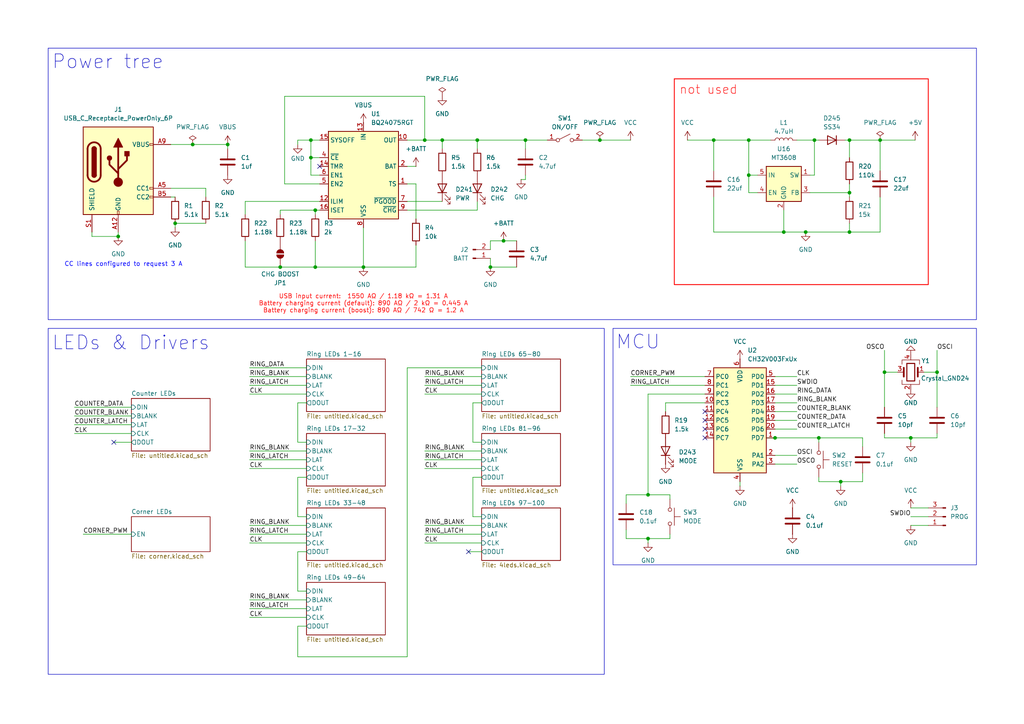
<source format=kicad_sch>
(kicad_sch (version 20231120) (generator "eeschema") (generator_version "8.0")
  (paper "A4")
  (title_block (title "RocSync") (company "Jaro Meyer @Balgrist ROCS"))
  (lib_symbols
    (symbol "Battery_Management:BQ24075RGT"
      (property "Reference" "U" (at -8.89 13.97 0))
      (property "Value" "BQ24075RGT" (at 16.51 13.97 0))
      (symbol "BQ24075RGT_1_1"
        (pin passive line (at 12.7 -2.54 180) (length 2.54) (name "TS") (number "1"))
        (pin power_out line (at 12.7 10.16 180) (length 2.54) (name "OUT") (number "10"))
        (pin passive line (at 12.7 10.16 180) (length 2.54) hide (name "OUT") (number "11"))
        (pin passive line (at -12.7 -7.62 0) (length 2.54) (name "ILIM") (number "12"))
        (pin power_in line (at 0 15.24 270) (length 2.54) (name "IN") (number "13"))
        (pin input line (at -12.7 2.54 0) (length 2.54) (name "TMR") (number "14"))
        (pin input line (at -12.7 10.16 0) (length 2.54) (name "SYSOFF") (number "15"))
        (pin passive line (at -12.7 -10.16 0) (length 2.54) (name "ISET") (number "16"))
        (pin passive line (at 0 -15.24 90) (length 2.54) hide (name "VSS") (number "17"))
        (pin power_out line (at 12.7 2.54 180) (length 2.54) (name "BAT") (number "2"))
        (pin passive line (at 12.7 2.54 180) (length 2.54) hide (name "BAT") (number "3"))
        (pin input line (at -12.7 5.08 0) (length 2.54) (name "~{CE}") (number "4"))
        (pin input line (at -12.7 -2.54 0) (length 2.54) (name "EN2") (number "5"))
        (pin input line (at -12.7 0 0) (length 2.54) (name "EN1") (number "6"))
        (pin open_collector line (at 12.7 -7.62 180) (length 2.54) (name "~{PGOOD}") (number "7"))
        (pin power_in line (at 0 -15.24 90) (length 2.54) (name "VSS") (number "8"))
        (pin open_collector line (at 12.7 -10.16 180) (length 2.54) (name "~{CHG}") (number "9"))
      )
    )
    (symbol "Connector:Conn_01x02_Pin" (pin_names (offset 1.016) hide)
      (property "Reference" "J" (at 0 2.54 0))
      (property "Value" "Conn_01x02_Pin" (at 0 -5.08 0))
      (symbol "Conn_01x02_Pin_1_1"
        (pin passive line (at 5.08 0 180) (length 3.81) (name "Pin_1") (number "1"))
        (pin passive line (at 5.08 -2.54 180) (length 3.81) (name "Pin_2") (number "2"))
      )
    )
    (symbol "Connector:Conn_01x03_Pin" (pin_names (offset 1.016) hide)
      (property "Reference" "J" (at 0 5.08 0))
      (property "Value" "Conn_01x03_Pin" (at 0 -5.08 0))
      (symbol "Conn_01x03_Pin_1_1"
        (pin passive line (at 5.08 2.54 180) (length 3.81) (name "Pin_1") (number "1"))
        (pin passive line (at 5.08 0 180) (length 3.81) (name "Pin_2") (number "2"))
        (pin passive line (at 5.08 -2.54 180) (length 3.81) (name "Pin_3") (number "3"))
      )
    )
    (symbol "Connector:USB_C_Receptacle_PowerOnly_6P" (pin_names (offset 1.016))
      (property "Reference" "J" (at 0 16.51 0))
      (property "Value" "USB_C_Receptacle_PowerOnly_6P" (at 0 13.97 0))
      (symbol "USB_C_Receptacle_PowerOnly_6P_1_1"
        (pin passive line (at 0 -17.78 90) (length 5.08) (name "GND") (number "A12"))
        (pin bidirectional line (at 15.24 -5.08 180) (length 5.08) (name "CC1") (number "A5"))
        (pin passive line (at 15.24 7.62 180) (length 5.08) (name "VBUS") (number "A9"))
        (pin passive line (at 0 -17.78 90) (length 5.08) hide (name "GND") (number "B12"))
        (pin bidirectional line (at 15.24 -7.62 180) (length 5.08) (name "CC2") (number "B5"))
        (pin passive line (at 15.24 7.62 180) (length 5.08) hide (name "VBUS") (number "B9"))
        (pin passive line (at -7.62 -17.78 90) (length 5.08) (name "SHIELD") (number "S1"))
      )
    )
    (symbol "Device:C" (pin_numbers hide) (pin_names (offset 0.254))
      (property "Reference" "C" (at 0.635 2.54 0))
      (property "Value" "C" (at 0.635 -2.54 0))
      (symbol "C_1_1"
        (pin passive line (at 0 3.81 270) (length 2.794) (name "~") (number "1"))
        (pin passive line (at 0 -3.81 90) (length 2.794) (name "~") (number "2"))
      )
    )
    (symbol "Device:Crystal_GND24" (pin_names (offset 1.016) hide)
      (property "Reference" "Y" (at 3.175 5.08 0))
      (property "Value" "Crystal_GND24" (at 3.175 3.175 0))
      (symbol "Crystal_GND24_1_1"
        (pin passive line (at -3.81 0 0) (length 1.27) (name "1") (number "1"))
        (pin passive line (at 0 5.08 270) (length 1.27) (name "2") (number "2"))
        (pin passive line (at 3.81 0 180) (length 1.27) (name "3") (number "3"))
        (pin passive line (at 0 -5.08 90) (length 1.27) (name "4") (number "4"))
      )
    )
    (symbol "Device:D" (pin_numbers hide) (pin_names (offset 1.016) hide)
      (property "Reference" "D" (at 0 2.54 0))
      (property "Value" "D" (at 0 -2.54 0))
      (symbol "D_1_1"
        (pin passive line (at -3.81 0 0) (length 2.54) (name "K") (number "1"))
        (pin passive line (at 3.81 0 180) (length 2.54) (name "A") (number "2"))
      )
    )
    (symbol "Device:L" (pin_numbers hide) (pin_names (offset 1.016) hide)
      (property "Reference" "L" (at -1.27 0 90))
      (property "Value" "L" (at 1.905 0 90))
      (symbol "L_1_1"
        (pin passive line (at 0 3.81 270) (length 1.27) (name "1") (number "1"))
        (pin passive line (at 0 -3.81 90) (length 1.27) (name "2") (number "2"))
      )
    )
    (symbol "Device:LED" (pin_numbers hide) (pin_names (offset 1.016) hide)
      (property "Reference" "D" (at 0 2.54 0))
      (property "Value" "LED" (at 0 -2.54 0))
      (symbol "LED_1_1"
        (pin passive line (at -3.81 0 0) (length 2.54) (name "K") (number "1"))
        (pin passive line (at 3.81 0 180) (length 2.54) (name "A") (number "2"))
      )
    )
    (symbol "Device:R" (pin_numbers hide) (pin_names (offset 0))
      (property "Reference" "R" (at 2.032 0 90))
      (property "Value" "R" (at 0 0 90))
      (symbol "R_1_1"
        (pin passive line (at 0 3.81 270) (length 1.27) (name "~") (number "1"))
        (pin passive line (at 0 -3.81 90) (length 1.27) (name "~") (number "2"))
      )
    )
    (symbol "Jumper:SolderJumper_2_Open" (pin_numbers hide) (pin_names (offset 0) hide) (exclude_from_sim yes) (in_bom no)
      (property "Reference" "JP" (at 0 2.032 0))
      (property "Value" "SolderJumper_2_Open" (at 0 -2.54 0))
      (symbol "SolderJumper_2_Open_1_1"
        (pin passive line (at -3.81 0 0) (length 2.54) (name "A") (number "1"))
        (pin passive line (at 3.81 0 180) (length 2.54) (name "B") (number "2"))
      )
    )
    (symbol "MCU_WCH_CH32V0:CH32V003FxUx"
      (property "Reference" "U" (at -7.62 17.78 0))
      (property "Value" "CH32V003FxUx" (at 7.62 17.78 0))
      (symbol "CH32V003FxUx_1_1"
        (pin bidirectional line (at 10.16 -5.08 180) (length 2.54) (name "PD7") (number "1"))
        (pin bidirectional line (at -10.16 5.08 0) (length 2.54) (name "PC3") (number "10"))
        (pin bidirectional line (at -10.16 2.54 0) (length 2.54) (name "PC4") (number "11"))
        (pin bidirectional line (at -10.16 0 0) (length 2.54) (name "PC5") (number "12"))
        (pin bidirectional line (at -10.16 -2.54 0) (length 2.54) (name "PC6") (number "13"))
        (pin bidirectional line (at -10.16 -5.08 0) (length 2.54) (name "PC7") (number "14"))
        (pin bidirectional line (at 10.16 10.16 180) (length 2.54) (name "PD1") (number "15"))
        (pin bidirectional line (at 10.16 7.62 180) (length 2.54) (name "PD2") (number "16"))
        (pin bidirectional line (at 10.16 5.08 180) (length 2.54) (name "PD3") (number "17"))
        (pin bidirectional line (at 10.16 2.54 180) (length 2.54) (name "PD4") (number "18"))
        (pin bidirectional line (at 10.16 0 180) (length 2.54) (name "PD5") (number "19"))
        (pin bidirectional line (at 10.16 -10.16 180) (length 2.54) (name "PA1") (number "2"))
        (pin bidirectional line (at 10.16 -2.54 180) (length 2.54) (name "PD6") (number "20"))
        (pin passive line (at 0 -17.78 90) (length 2.54) hide (name "VSS") (number "21"))
        (pin bidirectional line (at 10.16 -12.7 180) (length 2.54) (name "PA2") (number "3"))
        (pin power_in line (at 0 -17.78 90) (length 2.54) (name "VSS") (number "4"))
        (pin bidirectional line (at 10.16 12.7 180) (length 2.54) (name "PD0") (number "5"))
        (pin power_in line (at 0 17.78 270) (length 2.54) (name "VDD") (number "6"))
        (pin bidirectional line (at -10.16 12.7 0) (length 2.54) (name "PC0") (number "7"))
        (pin bidirectional line (at -10.16 10.16 0) (length 2.54) (name "PC1") (number "8"))
        (pin bidirectional line (at -10.16 7.62 0) (length 2.54) (name "PC2") (number "9"))
      )
    )
    (symbol "Regulator_Switching:MT3608"
      (property "Reference" "U" (at -2.54 8.89 0))
      (property "Value" "MT3608" (at -3.81 6.35 0))
      (symbol "MT3608_1_1"
        (pin passive line (at 7.62 2.54 180) (length 2.54) (name "SW") (number "1"))
        (pin power_in line (at 0 -7.62 90) (length 2.54) (name "GND") (number "2"))
        (pin input line (at 7.62 -2.54 180) (length 2.54) (name "FB") (number "3"))
        (pin input line (at -7.62 -2.54 0) (length 2.54) (name "EN") (number "4"))
        (pin power_in line (at -7.62 2.54 0) (length 2.54) (name "IN") (number "5"))
        (pin no_connect line (at 5.08 0 180) (length 2.54) hide (name "NC") (number "6"))
      )
    )
    (symbol "Switch:SW_Push" (pin_numbers hide) (pin_names (offset 1.016) hide)
      (property "Reference" "SW" (at 1.27 2.54 0))
      (property "Value" "SW_Push" (at 0 -1.524 0))
      (symbol "SW_Push_0_1"
        (pin passive line (at -5.08 0 0) (length 2.54) (name "1") (number "1"))
        (pin passive line (at 5.08 0 180) (length 2.54) (name "2") (number "2"))
      )
    )
    (symbol "Switch:SW_SPST" (pin_names (offset 0) hide)
      (property "Reference" "SW" (at 0 3.175 0))
      (property "Value" "SW_SPST" (at 0 -2.54 0))
      (symbol "SW_SPST_1_1"
        (pin passive line (at -5.08 0 0) (length 2.54) (name "A") (number "1"))
        (pin passive line (at 5.08 0 180) (length 2.54) (name "B") (number "2"))
      )
    )
    (symbol "power:+5V" (power) (pin_numbers hide) (pin_names (offset 0) hide)
      (property "Value" "+5V" (at 0 3.556 0))
      (symbol "+5V_1_1"
        (pin power_in line (at 0 0 90) (length 0) (name "~") (number "1"))
      )
    )
    (symbol "power:+BATT" (power) (pin_numbers hide) (pin_names (offset 0) hide)
      (property "Value" "+BATT" (at 0 3.556 0))
      (symbol "+BATT_1_1"
        (pin power_in line (at 0 0 90) (length 0) (name "~") (number "1"))
      )
    )
    (symbol "power:GND" (power) (pin_numbers hide) (pin_names (offset 0) hide)
      (property "Value" "GND" (at 0 -3.81 0))
      (symbol "GND_1_1"
        (pin power_in line (at 0 0 270) (length 0) (name "~") (number "1"))
      )
    )
    (symbol "power:PWR_FLAG" (power) (pin_numbers hide) (pin_names (offset 0) hide)
      (property "Value" "PWR_FLAG" (at 0 3.81 0))
      (symbol "PWR_FLAG_0_0"
        (pin power_out line (at 0 0 90) (length 0) (name "~") (number "1"))
      )
    )
    (symbol "power:VBUS" (power) (pin_numbers hide) (pin_names (offset 0) hide)
      (property "Value" "VBUS" (at 0 3.556 0))
      (symbol "VBUS_1_1"
        (pin power_in line (at 0 0 90) (length 0) (name "~") (number "1"))
      )
    )
    (symbol "power:VCC" (power) (pin_numbers hide) (pin_names (offset 0) hide)
      (property "Value" "VCC" (at 0 3.556 0))
      (symbol "VCC_1_1"
        (pin power_in line (at 0 0 90) (length 0) (name "~") (number "1"))
      )
    )
  )
  (junction (at 50.8 64.77))
  (junction (at 91.44 60.96))
  (junction (at 256.54 107.95))
  (junction (at 237.49 127))
  (junction (at 90.17 45.72))
  (junction (at 146.05 69.85))
  (junction (at 142.24 77.47))
  (junction (at 187.96 143.51))
  (junction (at 81.28 77.47))
  (junction (at 152.4 40.64))
  (junction (at 243.84 139.7))
  (junction (at 173.99 40.64))
  (junction (at 90.17 40.64))
  (junction (at 207.01 40.64))
  (junction (at 138.43 40.64))
  (junction (at 236.22 40.64))
  (junction (at 264.16 127))
  (junction (at 55.88 41.91))
  (junction (at 128.27 40.64))
  (junction (at 217.17 50.8))
  (junction (at 255.27 40.64))
  (junction (at 227.33 67.31))
  (junction (at 224.79 127))
  (junction (at 123.19 40.64))
  (junction (at 34.29 68.58))
  (junction (at 91.44 77.47))
  (junction (at 246.38 40.64))
  (junction (at 105.41 77.47))
  (junction (at 66.04 41.91))
  (junction (at 246.38 67.31))
  (junction (at 187.96 156.21))
  (junction (at 246.38 55.88))
  (junction (at 271.78 107.95))
  (junction (at 217.17 40.64))
  (junction (at 233.68 67.31))
  (no_connect (at 92.71 48.26))
  (no_connect (at 204.47 124.46))
  (no_connect (at 204.47 127))
  (no_connect (at 204.47 121.92))
  (no_connect (at 135.89 160.02))
  (no_connect (at 33.02 128.27))
  (no_connect (at 204.47 119.38))
  (wire (pts (xy 152.4 43.18) (xy 152.4 40.64)))
  (wire (pts (xy 250.19 137.16) (xy 250.19 139.7)))
  (wire (pts (xy 137.16 138.43) (xy 137.16 149.86)))
  (wire (pts (xy 152.4 52.07) (xy 151.13 52.07)))
  (wire (pts (xy 182.88 109.22) (xy 204.47 109.22)))
  (wire (pts (xy 243.84 139.7) (xy 243.84 140.97)))
  (wire (pts (xy 138.43 40.64) (xy 138.43 43.18)))
  (wire (pts (xy 194.31 143.51) (xy 187.96 143.51)))
  (wire (pts (xy 255.27 40.64) (xy 265.43 40.64)))
  (wire (pts (xy 224.79 114.3) (xy 231.14 114.3)))
  (wire (pts (xy 207.01 57.15) (xy 207.01 67.31)))
  (wire (pts (xy 91.44 62.23) (xy 91.44 60.96)))
  (wire (pts (xy 50.8 64.77) (xy 59.69 64.77)))
  (wire (pts (xy 234.95 50.8) (xy 236.22 50.8)))
  (wire (pts (xy 139.7 138.43) (xy 137.16 138.43)))
  (wire (pts (xy 146.05 69.85) (xy 149.86 69.85)))
  (wire (pts (xy 237.49 139.7) (xy 243.84 139.7)))
  (wire (pts (xy 90.17 50.8) (xy 90.17 45.72)))
  (wire (pts (xy 217.17 40.64) (xy 223.52 40.64)))
  (wire (pts (xy 49.53 57.15) (xy 50.8 57.15)))
  (wire (pts (xy 88.9 181.61) (xy 86.36 181.61)))
  (wire (pts (xy 246.38 40.64) (xy 255.27 40.64)))
  (wire (pts (xy 123.19 114.3) (xy 139.7 114.3)))
  (wire (pts (xy 271.78 107.95) (xy 271.78 118.11)))
  (wire (pts (xy 72.39 114.3) (xy 88.9 114.3)))
  (wire (pts (xy 90.17 45.72) (xy 92.71 45.72)))
  (wire (pts (xy 187.96 114.3) (xy 187.96 143.51)))
  (wire (pts (xy 71.12 77.47) (xy 71.12 69.85)))
  (wire (pts (xy 224.79 109.22) (xy 231.14 109.22)))
  (wire (pts (xy 71.12 77.47) (xy 81.28 77.47)))
  (wire (pts (xy 224.79 132.08) (xy 231.14 132.08)))
  (wire (pts (xy 26.67 67.31) (xy 26.67 68.58)))
  (wire (pts (xy 224.79 124.46) (xy 231.14 124.46)))
  (wire (pts (xy 86.36 160.02) (xy 86.36 171.45)))
  (wire (pts (xy 123.19 27.94) (xy 123.19 40.64)))
  (wire (pts (xy 86.36 40.64) (xy 90.17 40.64)))
  (wire (pts (xy 24.13 154.94) (xy 38.1 154.94)))
  (wire (pts (xy 246.38 40.64) (xy 246.38 45.72)))
  (wire (pts (xy 21.59 120.65) (xy 38.1 120.65)))
  (wire (pts (xy 246.38 53.34) (xy 246.38 55.88)))
  (wire (pts (xy 105.41 66.04) (xy 105.41 77.47)))
  (wire (pts (xy 81.28 62.23) (xy 81.28 60.96)))
  (wire (pts (xy 123.19 109.22) (xy 139.7 109.22)))
  (wire (pts (xy 123.19 135.89) (xy 139.7 135.89)))
  (wire (pts (xy 227.33 67.31) (xy 233.68 67.31)))
  (wire (pts (xy 237.49 127) (xy 250.19 127)))
  (wire (pts (xy 123.19 130.81) (xy 139.7 130.81)))
  (wire (pts (xy 246.38 67.31) (xy 255.27 67.31)))
  (wire (pts (xy 142.24 69.85) (xy 142.24 72.39)))
  (wire (pts (xy 118.11 190.5) (xy 118.11 106.68)))
  (wire (pts (xy 256.54 101.6) (xy 256.54 107.95)))
  (wire (pts (xy 86.36 116.84) (xy 86.36 128.27)))
  (wire (pts (xy 182.88 111.76) (xy 204.47 111.76)))
  (wire (pts (xy 256.54 125.73) (xy 256.54 127)))
  (wire (pts (xy 222.25 127) (xy 224.79 127)))
  (wire (pts (xy 250.19 127) (xy 250.19 129.54)))
  (wire (pts (xy 72.39 154.94) (xy 88.9 154.94)))
  (wire (pts (xy 128.27 40.64) (xy 128.27 43.18)))
  (wire (pts (xy 72.39 157.48) (xy 88.9 157.48)))
  (wire (pts (xy 105.41 77.47) (xy 120.65 77.47)))
  (wire (pts (xy 86.36 181.61) (xy 86.36 190.5)))
  (wire (pts (xy 33.02 128.27) (xy 38.1 128.27)))
  (wire (pts (xy 118.11 106.68) (xy 139.7 106.68)))
  (wire (pts (xy 82.55 53.34) (xy 82.55 27.94)))
  (wire (pts (xy 120.65 77.47) (xy 120.65 71.12)))
  (wire (pts (xy 120.65 63.5) (xy 120.65 53.34)))
  (wire (pts (xy 256.54 107.95) (xy 260.35 107.95)))
  (wire (pts (xy 137.16 149.86) (xy 139.7 149.86)))
  (wire (pts (xy 255.27 57.15) (xy 255.27 67.31)))
  (wire (pts (xy 139.7 116.84) (xy 137.16 116.84)))
  (wire (pts (xy 187.96 156.21) (xy 181.61 156.21)))
  (wire (pts (xy 88.9 160.02) (xy 86.36 160.02)))
  (wire (pts (xy 137.16 128.27) (xy 139.7 128.27)))
  (wire (pts (xy 26.67 68.58) (xy 34.29 68.58)))
  (wire (pts (xy 217.17 50.8) (xy 217.17 55.88)))
  (wire (pts (xy 138.43 60.96) (xy 138.43 58.42)))
  (wire (pts (xy 207.01 67.31) (xy 227.33 67.31)))
  (wire (pts (xy 255.27 40.64) (xy 255.27 49.53)))
  (wire (pts (xy 256.54 127) (xy 264.16 127)))
  (wire (pts (xy 81.28 77.47) (xy 91.44 77.47)))
  (wire (pts (xy 123.19 133.35) (xy 139.7 133.35)))
  (wire (pts (xy 92.71 58.42) (xy 71.12 58.42)))
  (wire (pts (xy 66.04 43.18) (xy 66.04 41.91)))
  (wire (pts (xy 71.12 58.42) (xy 71.12 62.23)))
  (wire (pts (xy 168.91 40.64) (xy 173.99 40.64)))
  (wire (pts (xy 264.16 152.4) (xy 269.24 152.4)))
  (wire (pts (xy 86.36 128.27) (xy 88.9 128.27)))
  (wire (pts (xy 21.59 118.11) (xy 38.1 118.11)))
  (wire (pts (xy 181.61 153.67) (xy 181.61 156.21)))
  (wire (pts (xy 219.71 50.8) (xy 217.17 50.8)))
  (wire (pts (xy 118.11 60.96) (xy 138.43 60.96)))
  (wire (pts (xy 152.4 40.64) (xy 158.75 40.64)))
  (wire (pts (xy 72.39 130.81) (xy 88.9 130.81)))
  (wire (pts (xy 72.39 133.35) (xy 88.9 133.35)))
  (wire (pts (xy 224.79 127) (xy 237.49 127)))
  (wire (pts (xy 88.9 116.84) (xy 86.36 116.84)))
  (wire (pts (xy 82.55 53.34) (xy 92.71 53.34)))
  (wire (pts (xy 92.71 40.64) (xy 90.17 40.64)))
  (wire (pts (xy 49.53 41.91) (xy 55.88 41.91)))
  (wire (pts (xy 194.31 143.51) (xy 194.31 144.78)))
  (wire (pts (xy 86.36 40.64) (xy 86.36 41.91)))
  (wire (pts (xy 91.44 69.85) (xy 91.44 77.47)))
  (wire (pts (xy 92.71 50.8) (xy 90.17 50.8)))
  (wire (pts (xy 135.89 160.02) (xy 139.7 160.02)))
  (wire (pts (xy 72.39 179.07) (xy 88.9 179.07)))
  (wire (pts (xy 128.27 40.64) (xy 138.43 40.64)))
  (wire (pts (xy 90.17 40.64) (xy 90.17 45.72)))
  (wire (pts (xy 214.63 139.7) (xy 214.63 140.97)))
  (wire (pts (xy 86.36 190.5) (xy 118.11 190.5)))
  (wire (pts (xy 271.78 101.6) (xy 271.78 107.95)))
  (wire (pts (xy 204.47 116.84) (xy 193.04 116.84)))
  (wire (pts (xy 236.22 50.8) (xy 236.22 40.64)))
  (wire (pts (xy 264.16 127) (xy 264.16 128.27)))
  (wire (pts (xy 142.24 69.85) (xy 146.05 69.85)))
  (wire (pts (xy 217.17 50.8) (xy 217.17 40.64)))
  (wire (pts (xy 234.95 55.88) (xy 246.38 55.88)))
  (wire (pts (xy 123.19 111.76) (xy 139.7 111.76)))
  (wire (pts (xy 173.99 40.64) (xy 182.88 40.64)))
  (wire (pts (xy 194.31 154.94) (xy 194.31 156.21)))
  (wire (pts (xy 55.88 41.91) (xy 66.04 41.91)))
  (wire (pts (xy 86.36 138.43) (xy 86.36 149.86)))
  (wire (pts (xy 219.71 55.88) (xy 217.17 55.88)))
  (wire (pts (xy 236.22 40.64) (xy 237.49 40.64)))
  (wire (pts (xy 246.38 55.88) (xy 246.38 57.15)))
  (wire (pts (xy 118.11 58.42) (xy 128.27 58.42)))
  (wire (pts (xy 72.39 106.68) (xy 88.9 106.68)))
  (wire (pts (xy 271.78 125.73) (xy 271.78 127)))
  (wire (pts (xy 224.79 116.84) (xy 231.14 116.84)))
  (wire (pts (xy 264.16 149.86) (xy 269.24 149.86)))
  (wire (pts (xy 86.36 149.86) (xy 88.9 149.86)))
  (wire (pts (xy 123.19 40.64) (xy 128.27 40.64)))
  (wire (pts (xy 246.38 64.77) (xy 246.38 67.31)))
  (wire (pts (xy 91.44 60.96) (xy 92.71 60.96)))
  (wire (pts (xy 199.39 40.64) (xy 207.01 40.64)))
  (wire (pts (xy 264.16 147.32) (xy 269.24 147.32)))
  (wire (pts (xy 82.55 27.94) (xy 123.19 27.94)))
  (wire (pts (xy 231.14 40.64) (xy 236.22 40.64)))
  (wire (pts (xy 91.44 77.47) (xy 105.41 77.47)))
  (wire (pts (xy 224.79 134.62) (xy 231.14 134.62)))
  (wire (pts (xy 181.61 143.51) (xy 181.61 146.05)))
  (wire (pts (xy 123.19 154.94) (xy 139.7 154.94)))
  (wire (pts (xy 224.79 121.92) (xy 231.14 121.92)))
  (wire (pts (xy 187.96 156.21) (xy 187.96 157.48)))
  (wire (pts (xy 123.19 157.48) (xy 139.7 157.48)))
  (wire (pts (xy 21.59 125.73) (xy 38.1 125.73)))
  (wire (pts (xy 207.01 40.64) (xy 207.01 49.53)))
  (wire (pts (xy 271.78 107.95) (xy 267.97 107.95)))
  (wire (pts (xy 142.24 77.47) (xy 149.86 77.47)))
  (wire (pts (xy 59.69 54.61) (xy 59.69 57.15)))
  (wire (pts (xy 21.59 123.19) (xy 38.1 123.19)))
  (wire (pts (xy 224.79 111.76) (xy 231.14 111.76)))
  (wire (pts (xy 72.39 111.76) (xy 88.9 111.76)))
  (wire (pts (xy 138.43 40.64) (xy 152.4 40.64)))
  (wire (pts (xy 152.4 50.8) (xy 152.4 52.07)))
  (wire (pts (xy 237.49 127) (xy 237.49 128.27)))
  (wire (pts (xy 49.53 54.61) (xy 59.69 54.61)))
  (wire (pts (xy 118.11 48.26) (xy 120.65 48.26)))
  (wire (pts (xy 50.8 66.04) (xy 50.8 64.77)))
  (wire (pts (xy 187.96 114.3) (xy 204.47 114.3)))
  (wire (pts (xy 72.39 109.22) (xy 88.9 109.22)))
  (wire (pts (xy 88.9 138.43) (xy 86.36 138.43)))
  (wire (pts (xy 72.39 176.53) (xy 88.9 176.53)))
  (wire (pts (xy 193.04 116.84) (xy 193.04 119.38)))
  (wire (pts (xy 187.96 143.51) (xy 181.61 143.51)))
  (wire (pts (xy 237.49 138.43) (xy 237.49 139.7)))
  (wire (pts (xy 227.33 60.96) (xy 227.33 67.31)))
  (wire (pts (xy 256.54 107.95) (xy 256.54 118.11)))
  (wire (pts (xy 81.28 60.96) (xy 91.44 60.96)))
  (wire (pts (xy 118.11 40.64) (xy 123.19 40.64)))
  (wire (pts (xy 137.16 116.84) (xy 137.16 128.27)))
  (wire (pts (xy 120.65 53.34) (xy 118.11 53.34)))
  (wire (pts (xy 72.39 173.99) (xy 88.9 173.99)))
  (wire (pts (xy 245.11 40.64) (xy 246.38 40.64)))
  (wire (pts (xy 233.68 67.31) (xy 246.38 67.31)))
  (wire (pts (xy 72.39 152.4) (xy 88.9 152.4)))
  (wire (pts (xy 72.39 135.89) (xy 88.9 135.89)))
  (wire (pts (xy 224.79 119.38) (xy 231.14 119.38)))
  (wire (pts (xy 123.19 152.4) (xy 139.7 152.4)))
  (wire (pts (xy 207.01 40.64) (xy 217.17 40.64)))
  (wire (pts (xy 264.16 127) (xy 271.78 127)))
  (wire (pts (xy 34.29 68.58) (xy 34.29 67.31)))
  (wire (pts (xy 142.24 74.93) (xy 142.24 77.47)))
  (wire (pts (xy 86.36 171.45) (xy 88.9 171.45)))
  (wire (pts (xy 243.84 139.7) (xy 250.19 139.7)))
  (wire (pts (xy 194.31 156.21) (xy 187.96 156.21)))
  (rectangle (start 177.8 95.25) (end 283.21 163.83))
  (rectangle (start 13.97 95.25) (end 175.26 195.58))
  (rectangle (start 195.58 22.86) (end 269.24 82.55) (stroke (width 0.254) (color 253 0 0 1)))
  (rectangle (start 13.97 13.97) (end 283.21 92.71))
  (text "USB input current:  1550 AΩ / 1.18 kΩ = 1.31 A\nBattery charging current (default): 890 AΩ / 2 kΩ = 0.445 A\nBattery charging current (boost): 890 AΩ / 742 Ω = 1.2 A" (at 105.41 88.138 0) (effects (font (size 1.27 1.27))))
  (text "LEDs & Drivers\n" (at 14.986 99.568 0) (effects (font (size 4 4)) (justify left)))
  (text "MCU" (at 178.562 99.314 0) (effects (font (size 4 4)) (justify left)))
  (text "CC lines configured to request 3 A" (at 35.814 76.708 0) (effects (font (size 1.27 1.27))))
  (text "Power tree" (at 14.986 18.034 0) (effects (font (size 4 4)) (justify left)))
  (text "not used" (at 205.486 26.162 0) (effects (font (size 2.54 2.54))))
  (label "RING_LATCH" (at 72.39 176.53 0))
  (label "CLK" (at 72.39 135.89 0))
  (label "RING_BLANK" (at 72.39 109.22 0))
  (label "CLK" (at 72.39 157.48 0))
  (label "CORNER_PWM" (at 182.88 109.22 0))
  (label "RING_BLANK" (at 72.39 173.99 0))
  (label "COUNTER_BLANK" (at 231.14 119.38 0))
  (label "CLK" (at 123.19 135.89 0))
  (label "RING_LATCH" (at 123.19 133.35 0))
  (label "OSCO" (at 256.54 101.6 180))
  (label "RING_LATCH" (at 123.19 111.76 0))
  (label "RING_BLANK" (at 231.14 116.84 0))
  (label "SWDIO" (at 231.14 111.76 0))
  (label "RING_DATA" (at 72.39 106.68 0))
  (label "RING_DATA" (at 231.14 114.3 0))
  (label "RING_LATCH" (at 72.39 111.76 0))
  (label "RING_LATCH" (at 72.39 133.35 0))
  (label "RING_BLANK" (at 72.39 130.81 0))
  (label "CLK" (at 123.19 114.3 0))
  (label "RING_LATCH" (at 72.39 154.94 0))
  (label "CLK" (at 123.19 157.48 0))
  (label "RING_BLANK" (at 123.19 152.4 0))
  (label "OSCI" (at 271.78 101.6 0))
  (label "COUNTER_DATA" (at 21.59 118.11 0))
  (label "OSCO" (at 231.14 134.62 0))
  (label "CORNER_PWM" (at 24.13 154.94 0))
  (label "CLK" (at 21.59 125.73 0))
  (label "CLK" (at 72.39 114.3 0))
  (label "RING_BLANK" (at 123.19 130.81 0))
  (label "CLK" (at 231.14 109.22 0))
  (label "CLK" (at 72.39 179.07 0))
  (label "COUNTER_LATCH" (at 231.14 124.46 0))
  (label "COUNTER_BLANK" (at 21.59 120.65 0))
  (label "RING_LATCH" (at 182.88 111.76 0))
  (label "SWDIO" (at 264.16 149.86 180))
  (label "RING_BLANK" (at 123.19 109.22 0))
  (label "COUNTER_LATCH" (at 21.59 123.19 0))
  (label "COUNTER_DATA" (at 231.14 121.92 0))
  (label "RING_LATCH" (at 123.19 154.94 0))
  (label "RING_BLANK" (at 72.39 152.4 0))
  (label "OSCI" (at 231.14 132.08 0))
  (symbol (lib_id "power:GND") (at 264.16 152.4 0) (unit 1)
    (property "Reference" "#PWR030" (effects (hide yes)))
    (property "Value" "GND" (at 264.16 157.48 0))
    (property "Description" "Power symbol creates a global label with name \"GND\" , ground" (effects (hide yes)))
  )
  (symbol (lib_id "power:VBUS") (at 105.41 35.56 0) (unit 1)
    (property "Reference" "#PWR09" (effects (hide yes)))
    (property "Value" "VBUS" (at 105.41 30.48 0))
    (property "Description" "Power symbol creates a global label with name \"VBUS\"" (effects (hide yes)))
  )
  (symbol (lib_id "Connector:Conn_01x03_Pin") (at 274.32 149.86 180) (unit 1) (in_bom no)
    (property "Reference" "J3" (at 275.59 147.3199 0) (effects (justify right)))
    (property "Value" "PROG" (at 275.59 149.8599 0) (effects (justify right)))
    (property "Footprint" "Connector_PinHeader_2.54mm:PinHeader_1x03_P2.54mm_Vertical" (effects (hide yes)))
    (property "Description" "Generic connector, single row, 01x03, script generated" (effects (hide yes)))
  )
  (symbol (lib_id "power:PWR_FLAG") (at 128.27 27.94 0) (unit 1) (on_board no)
    (property "Reference" "#FLG03" (effects (hide yes)))
    (property "Value" "PWR_FLAG" (at 128.27 22.86 0))
    (property "Description" "Special symbol for telling ERC where power comes from" (effects (hide yes)))
  )
  (symbol (lib_id "power:VCC") (at 199.39 40.64 0) (unit 1) (on_board no)
    (property "Reference" "#PWR070" (effects (hide yes)))
    (property "Value" "VCC" (at 199.39 35.56 0))
    (property "Description" "Power symbol creates a global label with name \"VCC\"" (effects (hide yes)))
  )
  (symbol (lib_id "power:VCC") (at 264.16 147.32 0) (unit 1)
    (property "Reference" "#PWR029" (effects (hide yes)))
    (property "Value" "VCC" (at 264.16 142.24 0))
    (property "Description" "Power symbol creates a global label with name \"VCC\"" (effects (hide yes)))
  )
  (symbol (lib_id "Jumper:SolderJumper_2_Open") (at 81.28 73.66 90) (unit 1) (exclude_from_sim yes) (in_bom no)
    (property "Reference" "JP1" (at 81.28 82.042 90))
    (property "Value" "CHG BOOST" (at 81.28 79.502 90))
    (property "Footprint" "Jumper:SolderJumper-2_P1.3mm_Open_RoundedPad1.0x1.5mm" (effects (hide yes)))
    (property "Description" "Solder Jumper, 2-pole, open" (effects (hide yes)))
  )
  (symbol (lib_id "Connector:Conn_01x02_Pin") (at 137.16 74.93 0) (mirror x) (unit 1) (in_bom no)
    (property "Reference" "J2" (at 135.89 72.3899 0) (effects (justify right)))
    (property "Value" "BATT" (at 135.89 74.9299 0) (effects (justify right)))
    (property "Footprint" "Connector_JST:JST_PH_B2B-PH-K_1x02_P2.00mm_Vertical" (effects (hide yes)))
    (property "Description" "Generic connector, single row, 01x02, script generated" (effects (hide yes)))
  )
  (symbol (lib_id "power:PWR_FLAG") (at 255.27 40.64 0) (unit 1) (on_board no)
    (property "Reference" "#FLG02" (effects (hide yes)))
    (property "Value" "PWR_FLAG" (at 255.27 35.56 0))
    (property "Description" "Special symbol for telling ERC where power comes from" (effects (hide yes)))
  )
  (symbol (lib_id "Device:R") (at 193.04 123.19 0) (unit 1)
    (property "Reference" "R19" (at 195.58 121.9199 0) (effects (justify left)))
    (property "Value" "1.5k" (at 195.58 124.4599 0) (effects (justify left)))
    (property "Footprint" "Resistor_SMD:R_0402_1005Metric" (effects (hide yes)))
    (property "Description" "Resistor" (effects (hide yes)))
  )
  (symbol (lib_id "power:GND") (at 151.13 52.07 0) (unit 1)
    (property "Reference" "#PWR014" (effects (hide yes)))
    (property "Value" "GND" (at 151.13 57.15 0))
    (property "Description" "Power symbol creates a global label with name \"GND\" , ground" (effects (hide yes)))
  )
  (symbol (lib_id "Device:R") (at 246.38 60.96 0) (unit 1) (on_board no)
    (property "Reference" "R21" (at 248.92 59.6899 0) (effects (justify left)))
    (property "Value" "15k" (at 248.92 62.2299 0) (effects (justify left)))
    (property "Footprint" "Resistor_SMD:R_0402_1005Metric" (effects (hide yes)))
    (property "Description" "Resistor" (effects (hide yes)))
  )
  (symbol (lib_id "Device:R") (at 138.43 46.99 0) (unit 1)
    (property "Reference" "R6" (at 140.97 45.7199 0) (effects (justify left)))
    (property "Value" "1.5k" (at 140.97 48.2599 0) (effects (justify left)))
    (property "Footprint" "Resistor_SMD:R_0402_1005Metric" (effects (hide yes)))
    (property "Description" "Resistor" (effects (hide yes)))
  )
  (symbol (lib_id "Connector:USB_C_Receptacle_PowerOnly_6P") (at 34.29 49.53 0) (unit 1) (in_bom no)
    (property "Reference" "J1" (at 34.29 31.75 0))
    (property "Value" "USB_C_Receptacle_PowerOnly_6P" (at 34.29 34.29 0))
    (property "Footprint" "Connector_USB:USB_C_Receptacle_GCT_USB4115-03-C" (effects (hide yes)))
    (property "Datasheet" "https://www.usb.org/sites/default/files/documents/usb_type-c.zip" (effects (hide yes)))
    (property "Description" "USB Power-Only 6P Type-C Receptacle connector" (effects (hide yes)))
    (property "MPN" " C3020049" (effects (hide yes)))
  )
  (symbol (lib_id "Switch:SW_SPST") (at 163.83 40.64 0) (unit 1) (in_bom no)
    (property "Reference" "SW1" (at 163.83 34.29 0))
    (property "Value" "ON/OFF" (at 163.83 36.83 0))
    (property "Footprint" "Button_Switch_THT:SW_CK_JS202011CQN_DPDT_Straight" (effects (hide yes)))
    (property "Description" "Single Pole Single Throw (SPST) switch" (effects (hide yes)))
  )
  (symbol (lib_id "Device:C") (at 255.27 53.34 0) (unit 1) (on_board no)
    (property "Reference" "C17" (at 259.08 52.0699 0) (effects (justify left)))
    (property "Value" "22uf" (at 259.08 54.6099 0) (effects (justify left)))
    (property "Footprint" "Capacitor_SMD:C_0805_2012Metric" (effects (hide yes)))
    (property "Description" "Unpolarized capacitor" (effects (hide yes)))
  )
  (symbol (lib_id "power:VBUS") (at 66.04 41.91 0) (unit 1)
    (property "Reference" "#PWR04" (effects (hide yes)))
    (property "Value" "VBUS" (at 66.04 36.83 0))
    (property "Description" "Power symbol creates a global label with name \"VBUS\"" (effects (hide yes)))
  )
  (symbol (lib_id "Switch:SW_Push") (at 237.49 133.35 270) (unit 1) (in_bom no)
    (property "Reference" "SW2" (at 241.3 132.0799 90) (effects (justify left)))
    (property "Value" "RESET" (at 241.3 134.6199 90) (effects (justify left)))
    (property "Footprint" "Button_Switch_SMD:SW_Push_1P1T_NO_6x6mm_H9.5mm" (effects (hide yes)))
    (property "Description" "Push button switch, generic, two pins" (effects (hide yes)))
  )
  (symbol (lib_id "Battery_Management:BQ24075RGT") (at 105.41 50.8 0) (unit 1)
    (property "Reference" "U1" (at 107.6041 33.02 0) (effects (justify left)))
    (property "Value" "BQ24075RGT" (at 107.6041 35.56 0) (effects (justify left)))
    (property "Footprint" "Package_DFN_QFN:VQFN-16-1EP_3x3mm_P0.5mm_EP1.68x1.68mm_ThermalVias" (effects (hide yes)))
    (property "Datasheet" "http://www.ti.com/lit/ds/symlink/bq24075.pdf" (effects (hide yes)))
    (property "Description" "USB-Friendly Li-Ion Battery Charger and Power-Path Management, VQFN-16" (effects (hide yes)))
  )
  (symbol (lib_id "Device:C") (at 207.01 53.34 0) (unit 1) (on_board no)
    (property "Reference" "C16" (at 210.82 52.0699 0) (effects (justify left)))
    (property "Value" "22uf" (at 210.82 54.6099 0) (effects (justify left)))
    (property "Footprint" "Capacitor_SMD:C_0805_2012Metric" (effects (hide yes)))
    (property "Description" "Unpolarized capacitor" (effects (hide yes)))
  )
  (symbol (lib_id "power:GND") (at 229.87 154.94 0) (unit 1)
    (property "Reference" "#PWR021" (effects (hide yes)))
    (property "Value" "GND" (at 229.87 160.02 0))
    (property "Description" "Power symbol creates a global label with name \"GND\" , ground" (effects (hide yes)))
  )
  (symbol (lib_id "Device:R") (at 120.65 67.31 0) (unit 1)
    (property "Reference" "R4" (at 123.19 66.0399 0) (effects (justify left)))
    (property "Value" "10k" (at 123.19 68.5799 0) (effects (justify left)))
    (property "Footprint" "Resistor_SMD:R_0402_1005Metric" (effects (hide yes)))
    (property "Description" "Resistor" (effects (hide yes)))
  )
  (symbol (lib_id "Device:LED") (at 128.27 54.61 90) (unit 1)
    (property "Reference" "D241" (at 132.08 54.9274 90) (effects (justify right)))
    (property "Value" "PWR" (at 132.08 57.4674 90) (effects (justify right)))
    (property "Footprint" "LED_SMD:LED_0603_1608Metric" (effects (hide yes)))
    (property "Description" "Light emitting diode" (effects (hide yes)))
  )
  (symbol (lib_id "power:GND") (at 142.24 77.47 0) (unit 1)
    (property "Reference" "#PWR016" (effects (hide yes)))
    (property "Value" "GND" (at 142.24 82.55 0))
    (property "Description" "Power symbol creates a global label with name \"GND\" , ground" (effects (hide yes)))
  )
  (symbol (lib_id "power:+5V") (at 265.43 40.64 0) (unit 1) (on_board no)
    (property "Reference" "#PWR071" (effects (hide yes)))
    (property "Value" "+5V" (at 265.43 35.56 0))
    (property "Description" "Power symbol creates a global label with name \"+5V\"" (effects (hide yes)))
  )
  (symbol (lib_id "Device:C") (at 271.78 121.92 0) (unit 1)
    (property "Reference" "C6" (at 275.59 120.6499 0) (effects (justify left)))
    (property "Value" "10pf" (at 275.59 123.1899 0) (effects (justify left)))
    (property "Footprint" "Capacitor_SMD:C_0402_1005Metric" (effects (hide yes)))
    (property "Description" "Unpolarized capacitor" (effects (hide yes)))
  )
  (symbol (lib_id "Device:C") (at 149.86 73.66 0) (unit 1)
    (property "Reference" "C3" (at 153.67 72.3899 0) (effects (justify left)))
    (property "Value" "4.7uf" (at 153.67 74.9299 0) (effects (justify left)))
    (property "Footprint" "Capacitor_SMD:C_0402_1005Metric" (effects (hide yes)))
    (property "Description" "Unpolarized capacitor" (effects (hide yes)))
  )
  (symbol (lib_id "MCU_WCH_CH32V0:CH32V003FxUx") (at 214.63 121.92 0) (unit 1)
    (property "Reference" "U2" (at 216.8241 101.6 0) (effects (justify left)))
    (property "Value" "CH32V003FxUx" (at 216.8241 104.14 0) (effects (justify left)))
    (property "Footprint" "Package_DFN_QFN:QFN-20-1EP_3x3mm_P0.4mm_EP1.65x1.65mm_ThermalVias" (effects (hide yes)))
    (property "Datasheet" "https://www.wch-ic.com/products/CH32V003.html" (effects (hide yes)))
    (property "Description" "CH32V003 series are industrial-grade general-purpose microcontrollers designed based on 32-bit RISC-V instruction set and architecture. It adopts QingKe V2A core, RV32EC instruction set, and supports 2 levels of interrupt nesting. The series are mounted with rich peripheral interfaces and function modules. Its internal organizational structure meets the low-cost and low-power embedded application scenarios." (effects (hide yes)))
  )
  (symbol (lib_id "Device:R") (at 59.69 60.96 180) (unit 1)
    (property "Reference" "R2" (at 62.23 59.6899 0) (effects (justify right)))
    (property "Value" "5.1k" (at 62.23 62.2299 0) (effects (justify right)))
    (property "Footprint" "Resistor_SMD:R_0402_1005Metric" (effects (hide yes)))
    (property "Description" "Resistor" (effects (hide yes)))
  )
  (symbol (lib_id "power:GND") (at 243.84 140.97 0) (unit 1)
    (property "Reference" "#PWR031" (effects (hide yes)))
    (property "Value" "GND" (at 243.84 146.05 0))
    (property "Description" "Power symbol creates a global label with name \"GND\" , ground" (effects (hide yes)))
  )
  (symbol (lib_id "power:GND") (at 233.68 67.31 0) (unit 1) (on_board no)
    (property "Reference" "#PWR072" (effects (hide yes)))
    (property "Value" "GND" (at 233.68 72.39 0))
    (property "Description" "Power symbol creates a global label with name \"GND\" , ground" (effects (hide yes)))
  )
  (symbol (lib_id "power:GND") (at 264.16 113.03 0) (unit 1)
    (property "Reference" "#PWR026" (effects (hide yes)))
    (property "Value" "GND" (at 264.16 116.84 0))
    (property "Description" "Power symbol creates a global label with name \"GND\" , ground" (effects (hide yes)))
  )
  (symbol (lib_id "Device:Crystal_GND24") (at 264.16 107.95 180) (unit 1)
    (property "Reference" "Y1" (at 268.478 104.648 0))
    (property "Value" "Crystal_GND24" (at 281.178 109.728 0) (effects (justify left)))
    (property "Footprint" "Crystal:Crystal_SMD_2520-4Pin_2.5x2.0mm" (effects (hide yes)))
    (property "Description" "Four pin crystal, GND on pins 2 and 4" (effects (hide yes)))
  )
  (symbol (lib_id "Switch:SW_Push") (at 194.31 149.86 270) (mirror x) (unit 1) (in_bom no)
    (property "Reference" "SW3" (at 198.12 148.5899 90) (effects (justify left)))
    (property "Value" "MODE" (at 198.12 151.1299 90) (effects (justify left)))
    (property "Footprint" "Button_Switch_SMD:SW_Push_1P1T_NO_6x6mm_H9.5mm" (effects (hide yes)))
    (property "Description" "Push button switch, generic, two pins" (effects (hide yes)))
  )
  (symbol (lib_id "power:GND") (at 193.04 134.62 0) (unit 1)
    (property "Reference" "#PWR013" (effects (hide yes)))
    (property "Value" "GND" (at 193.04 139.7 0))
    (property "Description" "Power symbol creates a global label with name \"GND\" , ground" (effects (hide yes)))
  )
  (symbol (lib_id "Device:C") (at 256.54 121.92 0) (unit 1)
    (property "Reference" "C5" (at 260.35 120.6499 0) (effects (justify left)))
    (property "Value" "10pf" (at 260.35 123.1899 0) (effects (justify left)))
    (property "Footprint" "Capacitor_SMD:C_0402_1005Metric" (effects (hide yes)))
    (property "Description" "Unpolarized capacitor" (effects (hide yes)))
  )
  (symbol (lib_id "power:GND") (at 66.04 50.8 0) (unit 1)
    (property "Reference" "#PWR05" (effects (hide yes)))
    (property "Value" "GND" (at 66.04 55.88 0))
    (property "Description" "Power symbol creates a global label with name \"GND\" , ground" (effects (hide yes)))
  )
  (symbol (lib_id "power:GND") (at 264.16 128.27 0) (unit 1)
    (property "Reference" "#PWR028" (effects (hide yes)))
    (property "Value" "GND" (at 264.16 133.35 0))
    (property "Description" "Power symbol creates a global label with name \"GND\" , ground" (effects (hide yes)))
  )
  (symbol (lib_id "power:GND") (at 128.27 27.94 0) (unit 1) (on_board no)
    (property "Reference" "#PWR018" (effects (hide yes)))
    (property "Value" "GND" (at 128.27 33.02 0))
    (property "Description" "Power symbol creates a global label with name \"GND\" , ground" (effects (hide yes)))
  )
  (symbol (lib_id "power:+BATT") (at 120.65 48.26 0) (unit 1)
    (property "Reference" "#PWR011" (effects (hide yes)))
    (property "Value" "+BATT" (at 120.65 43.18 0))
    (property "Description" "Power symbol creates a global label with name \"+BATT\"" (effects (hide yes)))
  )
  (symbol (lib_id "Device:C") (at 229.87 151.13 0) (unit 1)
    (property "Reference" "C4" (at 233.68 149.8599 0) (effects (justify left)))
    (property "Value" "0.1uf" (at 233.68 152.3999 0) (effects (justify left)))
    (property "Footprint" "Capacitor_SMD:C_0402_1005Metric" (effects (hide yes)))
    (property "Description" "Unpolarized capacitor" (effects (hide yes)))
  )
  (symbol (lib_id "power:PWR_FLAG") (at 173.99 40.64 0) (unit 1) (on_board no)
    (property "Reference" "#FLG04" (effects (hide yes)))
    (property "Value" "PWR_FLAG" (at 173.99 35.56 0))
    (property "Description" "Special symbol for telling ERC where power comes from" (effects (hide yes)))
  )
  (symbol (lib_id "power:+BATT") (at 146.05 69.85 0) (unit 1)
    (property "Reference" "#PWR015" (effects (hide yes)))
    (property "Value" "+BATT" (at 146.05 64.77 0))
    (property "Description" "Power symbol creates a global label with name \"+BATT\"" (effects (hide yes)))
  )
  (symbol (lib_id "Device:LED") (at 138.43 54.61 90) (unit 1)
    (property "Reference" "D242" (at 142.24 54.9274 90) (effects (justify right)))
    (property "Value" "CHG" (at 142.24 57.4674 90) (effects (justify right)))
    (property "Footprint" "LED_SMD:LED_0603_1608Metric" (effects (hide yes)))
    (property "Description" "Light emitting diode" (effects (hide yes)))
  )
  (symbol (lib_id "power:+BATT") (at 214.63 104.14 0) (unit 1)
    (property "Reference" "#PWR023" (effects (hide yes)))
    (property "Value" "VCC" (at 214.63 99.06 0))
    (property "Description" "Power symbol creates a global label with name \"+BATT\"" (effects (hide yes)))
  )
  (symbol (lib_id "power:GND") (at 187.96 157.48 0) (mirror y) (unit 1)
    (property "Reference" "#PWR010" (effects (hide yes)))
    (property "Value" "GND" (at 187.96 162.56 0))
    (property "Description" "Power symbol creates a global label with name \"GND\" , ground" (effects (hide yes)))
  )
  (symbol (lib_id "Device:C") (at 250.19 133.35 0) (unit 1)
    (property "Reference" "C7" (at 254 132.0799 0) (effects (justify left)))
    (property "Value" "0.1uf" (at 254 134.6199 0) (effects (justify left)))
    (property "Footprint" "Capacitor_SMD:C_0402_1005Metric" (effects (hide yes)))
    (property "Description" "Unpolarized capacitor" (effects (hide yes)))
  )
  (symbol (lib_id "power:GND") (at 105.41 77.47 0) (unit 1)
    (property "Reference" "#PWR08" (effects (hide yes)))
    (property "Value" "GND" (at 105.41 82.55 0))
    (property "Description" "Power symbol creates a global label with name \"GND\" , ground" (effects (hide yes)))
  )
  (symbol (lib_id "Device:LED") (at 193.04 130.81 90) (unit 1)
    (property "Reference" "D243" (at 196.85 131.1274 90) (effects (justify right)))
    (property "Value" "MODE" (at 196.85 133.6674 90) (effects (justify right)))
    (property "Footprint" "LED_SMD:LED_0603_1608Metric" (effects (hide yes)))
    (property "Description" "Light emitting diode" (effects (hide yes)))
  )
  (symbol (lib_id "power:GND") (at 86.36 41.91 0) (unit 1)
    (property "Reference" "#PWR06" (effects (hide yes)))
    (property "Value" "GND" (at 86.36 45.974 0))
    (property "Description" "Power symbol creates a global label with name \"GND\" , ground" (effects (hide yes)))
  )
  (symbol (lib_id "Device:C") (at 181.61 149.86 0) (mirror y) (unit 1)
    (property "Reference" "C18" (at 185.42 148.5899 0) (effects (justify right)))
    (property "Value" "0.1uf" (at 185.42 151.1299 0) (effects (justify right)))
    (property "Footprint" "Capacitor_SMD:C_0402_1005Metric" (effects (hide yes)))
    (property "Description" "Unpolarized capacitor" (effects (hide yes)))
  )
  (symbol (lib_id "Device:R") (at 91.44 66.04 180) (unit 1)
    (property "Reference" "R3" (at 93.98 64.7699 0) (effects (justify right)))
    (property "Value" "2k" (at 93.98 67.3099 0) (effects (justify right)))
    (property "Footprint" "Resistor_SMD:R_0402_1005Metric" (effects (hide yes)))
    (property "Description" "Resistor" (effects (hide yes)))
  )
  (symbol (lib_id "power:+BATT") (at 229.87 147.32 0) (unit 1)
    (property "Reference" "#PWR020" (effects (hide yes)))
    (property "Value" "VCC" (at 229.87 142.24 0))
    (property "Description" "Power symbol creates a global label with name \"+BATT\"" (effects (hide yes)))
  )
  (symbol (lib_id "power:GND") (at 214.63 140.97 0) (unit 1)
    (property "Reference" "#PWR024" (effects (hide yes)))
    (property "Value" "GND" (at 214.63 146.05 0))
    (property "Description" "Power symbol creates a global label with name \"GND\" , ground" (effects (hide yes)))
  )
  (symbol (lib_id "Device:R") (at 128.27 46.99 0) (unit 1)
    (property "Reference" "R5" (at 130.81 45.7199 0) (effects (justify left)))
    (property "Value" "1.5k" (at 130.81 48.2599 0) (effects (justify left)))
    (property "Footprint" "Resistor_SMD:R_0402_1005Metric" (effects (hide yes)))
    (property "Description" "Resistor" (effects (hide yes)))
  )
  (symbol (lib_id "power:GND") (at 34.29 68.58 0) (unit 1)
    (property "Reference" "#PWR02" (effects (hide yes)))
    (property "Value" "GND" (at 34.29 73.66 0))
    (property "Description" "Power symbol creates a global label with name \"GND\" , ground" (effects (hide yes)))
  )
  (symbol (lib_id "Device:D") (at 241.3 40.64 180) (unit 1) (on_board no)
    (property "Reference" "D245" (at 241.3 34.29 0))
    (property "Value" "SS34" (at 241.3 36.83 0))
    (property "Footprint" "Diode_SMD:D_SMA" (effects (hide yes)))
    (property "Description" "Diode" (effects (hide yes)))
    (property "Sim.Device" "D" (effects (hide yes)))
    (property "Sim.Pins" "1=K 2=A" (effects (hide yes)))
  )
  (symbol (lib_id "Device:R") (at 81.28 66.04 180) (unit 1)
    (property "Reference" "R23" (at 83.82 64.7699 0) (effects (justify right)))
    (property "Value" "1.18k" (at 83.82 67.3099 0) (effects (justify right)))
    (property "Footprint" "Resistor_SMD:R_0402_1005Metric" (effects (hide yes)))
    (property "Description" "Resistor" (effects (hide yes)))
  )
  (symbol (lib_id "power:GND") (at 264.16 102.87 180) (unit 1)
    (property "Reference" "#PWR025" (effects (hide yes)))
    (property "Value" "GND" (at 264.16 99.06 0))
    (property "Description" "Power symbol creates a global label with name \"GND\" , ground" (effects (hide yes)))
  )
  (symbol (lib_id "Device:C") (at 152.4 46.99 0) (unit 1)
    (property "Reference" "C2" (at 156.21 45.7199 0) (effects (justify left)))
    (property "Value" "4.7uf" (at 156.21 48.2599 0) (effects (justify left)))
    (property "Footprint" "Capacitor_SMD:C_0402_1005Metric" (effects (hide yes)))
    (property "Description" "Unpolarized capacitor" (effects (hide yes)))
  )
  (symbol (lib_id "power:GND") (at 50.8 66.04 0) (unit 1)
    (property "Reference" "#PWR03" (effects (hide yes)))
    (property "Value" "GND" (at 50.8 71.12 0))
    (property "Description" "Power symbol creates a global label with name \"GND\" , ground" (effects (hide yes)))
  )
  (symbol (lib_id "power:PWR_FLAG") (at 55.88 41.91 0) (unit 1)
    (property "Reference" "#FLG01" (effects (hide yes)))
    (property "Value" "PWR_FLAG" (at 55.88 36.83 0))
    (property "Description" "Special symbol for telling ERC where power comes from" (effects (hide yes)))
  )
  (symbol (lib_id "Device:R") (at 50.8 60.96 180) (unit 1)
    (property "Reference" "R1" (at 53.34 59.6899 0) (effects (justify right)))
    (property "Value" "5.1k" (at 53.34 62.2299 0) (effects (justify right)))
    (property "Footprint" "Resistor_SMD:R_0402_1005Metric" (effects (hide yes)))
    (property "Description" "Resistor" (effects (hide yes)))
  )
  (symbol (lib_id "Device:L") (at 227.33 40.64 90) (unit 1) (on_board no)
    (property "Reference" "L1" (at 227.33 35.56 90))
    (property "Value" "4.7uH" (at 227.33 38.1 90))
    (property "Footprint" "Inductor_SMD:L_6.3x6.3_H3" (effects (hide yes)))
    (property "Description" "Inductor" (effects (hide yes)))
  )
  (symbol (lib_id "Device:R") (at 246.38 49.53 0) (unit 1) (on_board no)
    (property "Reference" "R20" (at 248.92 48.2599 0) (effects (justify left)))
    (property "Value" "110k" (at 248.92 50.7999 0) (effects (justify left)))
    (property "Footprint" "Resistor_SMD:R_0402_1005Metric" (effects (hide yes)))
    (property "Description" "Resistor" (effects (hide yes)))
  )
  (symbol (lib_id "power:VCC") (at 182.88 40.64 0) (unit 1)
    (property "Reference" "#PWR019" (effects (hide yes)))
    (property "Value" "VCC" (at 182.88 35.56 0))
    (property "Description" "Power symbol creates a global label with name \"VCC\"" (effects (hide yes)))
  )
  (symbol (lib_id "Device:R") (at 71.12 66.04 180) (unit 1)
    (property "Reference" "R22" (at 73.66 64.7699 0) (effects (justify right)))
    (property "Value" "1.18k" (at 73.66 67.3099 0) (effects (justify right)))
    (property "Footprint" "Resistor_SMD:R_0402_1005Metric" (effects (hide yes)))
    (property "Description" "Resistor" (effects (hide yes)))
  )
  (symbol (lib_id "Device:C") (at 66.04 46.99 0) (unit 1)
    (property "Reference" "C1" (at 69.85 45.7199 0) (effects (justify left)))
    (property "Value" "1uf" (at 69.85 48.2599 0) (effects (justify left)))
    (property "Footprint" "Capacitor_SMD:C_0402_1005Metric" (effects (hide yes)))
    (property "Description" "Unpolarized capacitor" (effects (hide yes)))
  )
  (symbol (lib_id "Regulator_Switching:MT3608") (at 227.33 53.34 0) (unit 1) (on_board no)
    (property "Reference" "U16" (at 227.33 43.18 0))
    (property "Value" "MT3608" (at 227.33 45.72 0))
    (property "Footprint" "Package_TO_SOT_SMD:SOT-23-6" (effects (hide yes)))
    (property "Datasheet" "https://www.olimex.com/Products/Breadboarding/BB-PWR-3608/resources/MT3608.pdf" (effects (hide yes)))
    (property "Description" "High Efficiency 1.2MHz 2A Step Up Converter, 2-24V Vin, 28V Vout, 4A current limit, 1.2MHz, SOT23-6" (effects (hide yes)))
  )
  (sheet (at 139.7 125.73) (size 22.86 15.24) (stroke (width 0.1524))
    (property "Sheetname" "Ring LEDs 81-96" (at 139.7 125.0184 0) (effects (justify left bottom)))
    (property "Sheetfile" "untitled.kicad_sch" (at 139.7 141.5546 0) (effects (justify left top)))
    (pin "CLK" input (at 139.7 135.89 180))
    (pin "DOUT" output (at 139.7 138.43 180))
    (pin "LAT" input (at 139.7 133.35 180))
    (pin "BLANK" input (at 139.7 130.81 180))
    (pin "DIN" input (at 139.7 128.27 180))
  )
  (sheet (at 38.1 115.57) (size 22.86 15.24) (stroke (width 0.1524))
    (property "Sheetname" "Counter LEDs" (at 38.1 114.8584 0) (effects (justify left bottom)))
    (property "Sheetfile" "untitled.kicad_sch" (at 38.1 131.3946 0) (effects (justify left top)))
    (pin "CLK" input (at 38.1 125.73 180))
    (pin "DOUT" output (at 38.1 128.27 180))
    (pin "LAT" input (at 38.1 123.19 180))
    (pin "BLANK" input (at 38.1 120.65 180))
    (pin "DIN" input (at 38.1 118.11 180))
  )
  (sheet (at 38.1 149.86) (size 22.86 10.16) (stroke (width 0.1524))
    (property "Sheetname" "Corner LEDs" (at 38.1 149.1484 0) (effects (justify left bottom)))
    (property "Sheetfile" "corner.kicad_sch" (at 38.1 160.6046 0) (effects (justify left top)))
    (pin "EN" input (at 38.1 154.94 180))
  )
  (sheet (at 139.7 147.32) (size 22.86 15.24) (stroke (width 0.1524))
    (property "Sheetname" "Ring LEDs 97-100" (at 139.7 146.6084 0) (effects (justify left bottom)))
    (property "Sheetfile" "4leds.kicad_sch" (at 139.7 163.1446 0) (effects (justify left top)))
    (pin "CLK" input (at 139.7 157.48 180))
    (pin "DOUT" output (at 139.7 160.02 180))
    (pin "DIN" input (at 139.7 149.86 180))
    (pin "LAT" input (at 139.7 154.94 180))
    (pin "BLANK" input (at 139.7 152.4 180))
  )
  (sheet (at 88.9 168.91) (size 22.86 15.24) (stroke (width 0.1524))
    (property "Sheetname" "Ring LEDs 49-64" (at 88.9 168.1984 0) (effects (justify left bottom)))
    (property "Sheetfile" "untitled.kicad_sch" (at 88.9 184.7346 0) (effects (justify left top)))
    (pin "CLK" input (at 88.9 179.07 180))
    (pin "DOUT" output (at 88.9 181.61 180))
    (pin "LAT" input (at 88.9 176.53 180))
    (pin "BLANK" input (at 88.9 173.99 180))
    (pin "DIN" input (at 88.9 171.45 180))
  )
  (sheet (at 139.7 104.14) (size 22.86 15.24) (stroke (width 0.1524))
    (property "Sheetname" "Ring LEDs 65-80" (at 139.7 103.4284 0) (effects (justify left bottom)))
    (property "Sheetfile" "untitled.kicad_sch" (at 139.7 119.9646 0) (effects (justify left top)))
    (pin "CLK" input (at 139.7 114.3 180))
    (pin "DOUT" output (at 139.7 116.84 180))
    (pin "LAT" input (at 139.7 111.76 180))
    (pin "BLANK" input (at 139.7 109.22 180))
    (pin "DIN" input (at 139.7 106.68 180))
  )
  (sheet (at 88.9 104.14) (size 22.86 15.24) (stroke (width 0.1524))
    (property "Sheetname" "Ring LEDs 1-16" (at 88.9 103.4284 0) (effects (justify left bottom)))
    (property "Sheetfile" "untitled.kicad_sch" (at 88.9 119.9646 0) (effects (justify left top)))
    (pin "CLK" input (at 88.9 114.3 180))
    (pin "DOUT" output (at 88.9 116.84 180))
    (pin "LAT" input (at 88.9 111.76 180))
    (pin "BLANK" input (at 88.9 109.22 180))
    (pin "DIN" input (at 88.9 106.68 180))
  )
  (sheet (at 88.9 147.32) (size 22.86 15.24) (stroke (width 0.1524))
    (property "Sheetname" "Ring LEDs 33-48" (at 88.9 146.6084 0) (effects (justify left bottom)))
    (property "Sheetfile" "untitled.kicad_sch" (at 88.9 163.1446 0) (effects (justify left top)))
    (pin "CLK" input (at 88.9 157.48 180))
    (pin "DOUT" output (at 88.9 160.02 180))
    (pin "LAT" input (at 88.9 154.94 180))
    (pin "BLANK" input (at 88.9 152.4 180))
    (pin "DIN" input (at 88.9 149.86 180))
  )
  (sheet (at 88.9 125.73) (size 22.86 15.24) (stroke (width 0.1524))
    (property "Sheetname" "Ring LEDs 17-32" (at 88.9 125.0184 0) (effects (justify left bottom)))
    (property "Sheetfile" "untitled.kicad_sch" (at 88.9 141.5546 0) (effects (justify left top)))
    (pin "CLK" input (at 88.9 135.89 180))
    (pin "DOUT" output (at 88.9 138.43 180))
    (pin "LAT" input (at 88.9 133.35 180))
    (pin "BLANK" input (at 88.9 130.81 180))
    (pin "DIN" input (at 88.9 128.27 180))
  )
)
</source>
